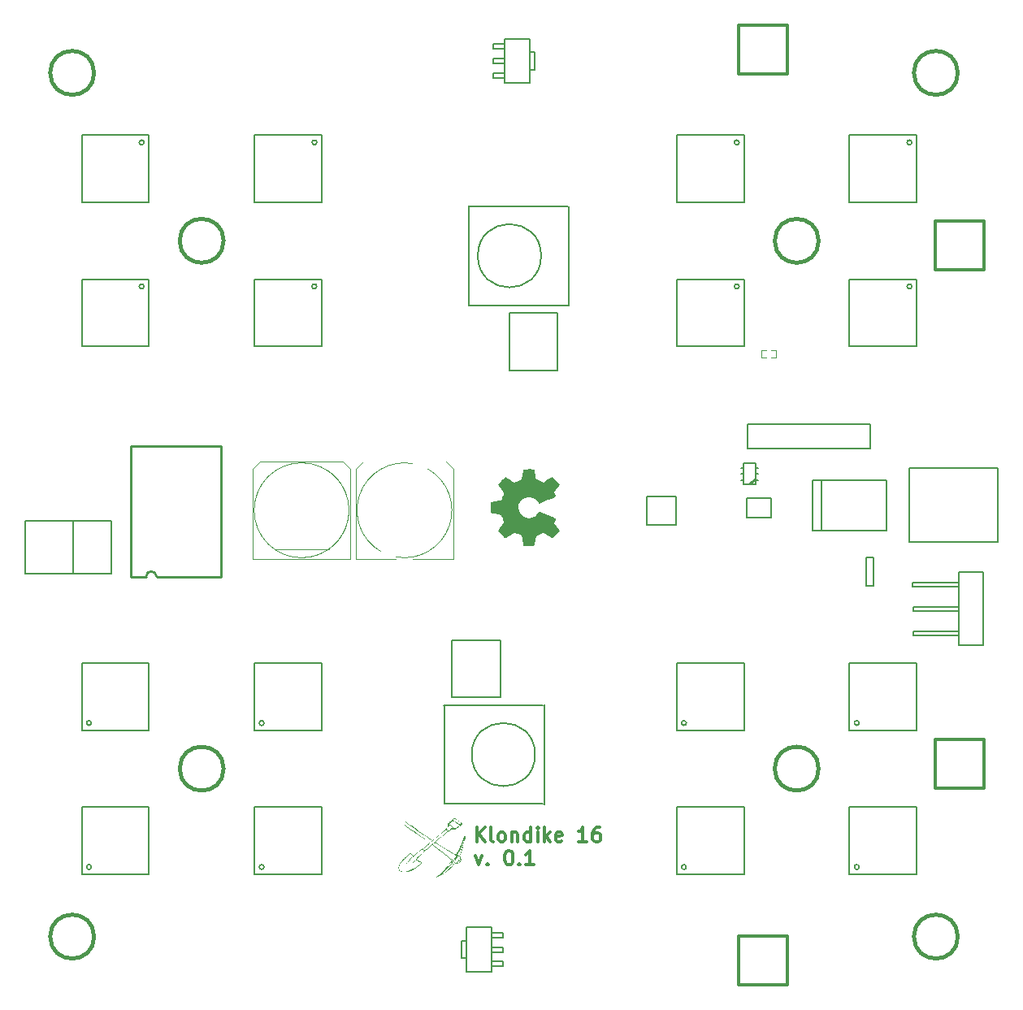
<source format=gto>
G04 (created by PCBNEW (2013-mar-13)-testing) date Wed 15 May 2013 01:34:08 PM ICT*
%MOIN*%
G04 Gerber Fmt 3.4, Leading zero omitted, Abs format*
%FSLAX34Y34*%
G01*
G70*
G90*
G04 APERTURE LIST*
%ADD10C,0.00393701*%
%ADD11C,0.011811*%
%ADD12C,0.015*%
%ADD13C,0.004*%
%ADD14C,0.008*%
%ADD15C,0.005*%
%ADD16C,0.01*%
%ADD17C,0.006*%
%ADD18C,0.00590551*%
%ADD19C,0.012*%
%ADD20C,0.0028*%
%ADD21C,0.0001*%
G04 APERTURE END LIST*
G54D10*
G54D11*
X57345Y-55168D02*
X57345Y-54578D01*
X57682Y-55168D02*
X57429Y-54831D01*
X57682Y-54578D02*
X57345Y-54915D01*
X58020Y-55168D02*
X57964Y-55140D01*
X57935Y-55084D01*
X57935Y-54578D01*
X58329Y-55168D02*
X58273Y-55140D01*
X58245Y-55112D01*
X58217Y-55056D01*
X58217Y-54887D01*
X58245Y-54831D01*
X58273Y-54803D01*
X58329Y-54775D01*
X58413Y-54775D01*
X58470Y-54803D01*
X58498Y-54831D01*
X58526Y-54887D01*
X58526Y-55056D01*
X58498Y-55112D01*
X58470Y-55140D01*
X58413Y-55168D01*
X58329Y-55168D01*
X58779Y-54775D02*
X58779Y-55168D01*
X58779Y-54831D02*
X58807Y-54803D01*
X58863Y-54775D01*
X58948Y-54775D01*
X59004Y-54803D01*
X59032Y-54859D01*
X59032Y-55168D01*
X59566Y-55168D02*
X59566Y-54578D01*
X59566Y-55140D02*
X59510Y-55168D01*
X59398Y-55168D01*
X59341Y-55140D01*
X59313Y-55112D01*
X59285Y-55056D01*
X59285Y-54887D01*
X59313Y-54831D01*
X59341Y-54803D01*
X59398Y-54775D01*
X59510Y-54775D01*
X59566Y-54803D01*
X59848Y-55168D02*
X59848Y-54775D01*
X59848Y-54578D02*
X59820Y-54606D01*
X59848Y-54634D01*
X59876Y-54606D01*
X59848Y-54578D01*
X59848Y-54634D01*
X60129Y-55168D02*
X60129Y-54578D01*
X60185Y-54943D02*
X60354Y-55168D01*
X60354Y-54775D02*
X60129Y-55000D01*
X60832Y-55140D02*
X60776Y-55168D01*
X60663Y-55168D01*
X60607Y-55140D01*
X60579Y-55084D01*
X60579Y-54859D01*
X60607Y-54803D01*
X60663Y-54775D01*
X60776Y-54775D01*
X60832Y-54803D01*
X60860Y-54859D01*
X60860Y-54915D01*
X60579Y-54971D01*
X61872Y-55168D02*
X61535Y-55168D01*
X61704Y-55168D02*
X61704Y-54578D01*
X61647Y-54662D01*
X61591Y-54718D01*
X61535Y-54746D01*
X62379Y-54578D02*
X62266Y-54578D01*
X62210Y-54606D01*
X62182Y-54634D01*
X62125Y-54718D01*
X62097Y-54831D01*
X62097Y-55056D01*
X62125Y-55112D01*
X62154Y-55140D01*
X62210Y-55168D01*
X62322Y-55168D01*
X62379Y-55140D01*
X62407Y-55112D01*
X62435Y-55056D01*
X62435Y-54915D01*
X62407Y-54859D01*
X62379Y-54831D01*
X62322Y-54803D01*
X62210Y-54803D01*
X62154Y-54831D01*
X62125Y-54859D01*
X62097Y-54915D01*
X57289Y-55719D02*
X57429Y-56113D01*
X57570Y-55719D01*
X57795Y-56057D02*
X57823Y-56085D01*
X57795Y-56113D01*
X57767Y-56085D01*
X57795Y-56057D01*
X57795Y-56113D01*
X58638Y-55523D02*
X58695Y-55523D01*
X58751Y-55551D01*
X58779Y-55579D01*
X58807Y-55635D01*
X58835Y-55748D01*
X58835Y-55888D01*
X58807Y-56001D01*
X58779Y-56057D01*
X58751Y-56085D01*
X58695Y-56113D01*
X58638Y-56113D01*
X58582Y-56085D01*
X58554Y-56057D01*
X58526Y-56001D01*
X58498Y-55888D01*
X58498Y-55748D01*
X58526Y-55635D01*
X58554Y-55579D01*
X58582Y-55551D01*
X58638Y-55523D01*
X59088Y-56057D02*
X59116Y-56085D01*
X59088Y-56113D01*
X59060Y-56085D01*
X59088Y-56057D01*
X59088Y-56113D01*
X59679Y-56113D02*
X59341Y-56113D01*
X59510Y-56113D02*
X59510Y-55523D01*
X59454Y-55607D01*
X59398Y-55663D01*
X59341Y-55691D01*
G54D12*
X46962Y-30511D02*
G75*
G03X46962Y-30511I-900J0D01*
G74*
G01*
X41648Y-23622D02*
G75*
G03X41648Y-23622I-900J0D01*
G74*
G01*
G54D13*
X48469Y-39559D02*
X51853Y-39559D01*
X52168Y-43573D02*
X48154Y-43573D01*
X51126Y-39874D02*
G75*
G02X49829Y-43486I-965J-1691D01*
G74*
G01*
X49817Y-43573D02*
X48154Y-43573D01*
X48154Y-43573D02*
X48154Y-39874D01*
X48154Y-39874D02*
X48469Y-39559D01*
X51853Y-39559D02*
X52168Y-39874D01*
X52168Y-39874D02*
X52168Y-43573D01*
X52168Y-43573D02*
X50495Y-43573D01*
X49196Y-43258D02*
G75*
G02X50496Y-39648I965J1691D01*
G74*
G01*
X51273Y-43160D02*
X49059Y-43160D01*
X52109Y-41566D02*
G75*
G03X52109Y-41566I-1948J0D01*
G74*
G01*
G54D14*
X56020Y-53598D02*
X56020Y-49542D01*
X56001Y-49561D02*
X60057Y-49561D01*
X60113Y-49539D02*
X60113Y-53647D01*
X60067Y-53615D02*
X56037Y-53615D01*
X59739Y-51588D02*
G75*
G03X59739Y-51588I-1299J0D01*
G74*
G01*
X61109Y-29113D02*
X61109Y-33169D01*
X61128Y-33150D02*
X57072Y-33150D01*
X57016Y-33172D02*
X57016Y-29064D01*
X57062Y-29096D02*
X61092Y-29096D01*
X59988Y-31123D02*
G75*
G03X59988Y-31123I-1299J0D01*
G74*
G01*
G54D15*
X58701Y-33474D02*
X58701Y-35836D01*
X58701Y-35836D02*
X60669Y-35836D01*
X60669Y-35836D02*
X60669Y-33474D01*
X60669Y-33474D02*
X58701Y-33474D01*
G54D16*
X46849Y-38937D02*
X46849Y-44291D01*
X46849Y-44291D02*
X44212Y-44291D01*
X43779Y-44291D02*
X43149Y-44291D01*
X43149Y-44291D02*
X43149Y-38937D01*
X43149Y-38937D02*
X46849Y-38937D01*
X43780Y-44291D02*
G75*
G02X44212Y-44291I216J0D01*
G74*
G01*
G54D15*
X58306Y-49245D02*
X58306Y-46883D01*
X58306Y-46883D02*
X56338Y-46883D01*
X56338Y-46883D02*
X56338Y-49245D01*
X56338Y-49245D02*
X58306Y-49245D01*
X65509Y-40995D02*
X64329Y-40995D01*
X64329Y-40995D02*
X64329Y-42175D01*
X64329Y-42175D02*
X65509Y-42175D01*
X65509Y-42175D02*
X65509Y-40995D01*
X75103Y-42851D02*
X78724Y-42851D01*
X78724Y-42851D02*
X78724Y-39821D01*
X78724Y-39821D02*
X75103Y-39821D01*
X75103Y-39821D02*
X75103Y-42851D01*
X48229Y-28936D02*
X50983Y-28936D01*
X50983Y-28936D02*
X50983Y-26182D01*
X50983Y-26182D02*
X48229Y-26182D01*
X48229Y-26182D02*
X48229Y-28936D01*
X50786Y-26477D02*
G75*
G03X50786Y-26477I-98J0D01*
G74*
G01*
X41142Y-34841D02*
X43896Y-34841D01*
X43896Y-34841D02*
X43896Y-32087D01*
X43896Y-32087D02*
X41142Y-32087D01*
X41142Y-32087D02*
X41142Y-34841D01*
X43699Y-32382D02*
G75*
G03X43699Y-32382I-98J0D01*
G74*
G01*
X48229Y-34841D02*
X50983Y-34841D01*
X50983Y-34841D02*
X50983Y-32087D01*
X50983Y-32087D02*
X48229Y-32087D01*
X48229Y-32087D02*
X48229Y-34841D01*
X50786Y-32382D02*
G75*
G03X50786Y-32382I-98J0D01*
G74*
G01*
X65552Y-28936D02*
X68306Y-28936D01*
X68306Y-28936D02*
X68306Y-26182D01*
X68306Y-26182D02*
X65552Y-26182D01*
X65552Y-26182D02*
X65552Y-28936D01*
X68109Y-26477D02*
G75*
G03X68109Y-26477I-98J0D01*
G74*
G01*
X72638Y-28936D02*
X75392Y-28936D01*
X75392Y-28936D02*
X75392Y-26182D01*
X75392Y-26182D02*
X72638Y-26182D01*
X72638Y-26182D02*
X72638Y-28936D01*
X75195Y-26477D02*
G75*
G03X75195Y-26477I-98J0D01*
G74*
G01*
X65552Y-34841D02*
X68306Y-34841D01*
X68306Y-34841D02*
X68306Y-32087D01*
X68306Y-32087D02*
X65552Y-32087D01*
X65552Y-32087D02*
X65552Y-34841D01*
X68109Y-32382D02*
G75*
G03X68109Y-32382I-98J0D01*
G74*
G01*
X72638Y-34841D02*
X75392Y-34841D01*
X75392Y-34841D02*
X75392Y-32087D01*
X75392Y-32087D02*
X72638Y-32087D01*
X72638Y-32087D02*
X72638Y-34841D01*
X75195Y-32382D02*
G75*
G03X75195Y-32382I-98J0D01*
G74*
G01*
X75392Y-53741D02*
X72638Y-53741D01*
X72638Y-53741D02*
X72638Y-56495D01*
X72638Y-56495D02*
X75392Y-56495D01*
X75392Y-56495D02*
X75392Y-53741D01*
X73031Y-56200D02*
G75*
G03X73031Y-56200I-98J0D01*
G74*
G01*
X68306Y-53741D02*
X65552Y-53741D01*
X65552Y-53741D02*
X65552Y-56495D01*
X65552Y-56495D02*
X68306Y-56495D01*
X68306Y-56495D02*
X68306Y-53741D01*
X65945Y-56200D02*
G75*
G03X65945Y-56200I-98J0D01*
G74*
G01*
X75392Y-47835D02*
X72638Y-47835D01*
X72638Y-47835D02*
X72638Y-50589D01*
X72638Y-50589D02*
X75392Y-50589D01*
X75392Y-50589D02*
X75392Y-47835D01*
X73031Y-50294D02*
G75*
G03X73031Y-50294I-98J0D01*
G74*
G01*
X68306Y-47835D02*
X65552Y-47835D01*
X65552Y-47835D02*
X65552Y-50589D01*
X65552Y-50589D02*
X68306Y-50589D01*
X68306Y-50589D02*
X68306Y-47835D01*
X65945Y-50294D02*
G75*
G03X65945Y-50294I-98J0D01*
G74*
G01*
X50983Y-53741D02*
X48229Y-53741D01*
X48229Y-53741D02*
X48229Y-56495D01*
X48229Y-56495D02*
X50983Y-56495D01*
X50983Y-56495D02*
X50983Y-53741D01*
X48622Y-56200D02*
G75*
G03X48622Y-56200I-98J0D01*
G74*
G01*
X43896Y-53741D02*
X41142Y-53741D01*
X41142Y-53741D02*
X41142Y-56495D01*
X41142Y-56495D02*
X43896Y-56495D01*
X43896Y-56495D02*
X43896Y-53741D01*
X41535Y-56200D02*
G75*
G03X41535Y-56200I-98J0D01*
G74*
G01*
X50983Y-47835D02*
X48229Y-47835D01*
X48229Y-47835D02*
X48229Y-50589D01*
X48229Y-50589D02*
X50983Y-50589D01*
X50983Y-50589D02*
X50983Y-47835D01*
X48622Y-50294D02*
G75*
G03X48622Y-50294I-98J0D01*
G74*
G01*
X43896Y-47835D02*
X41142Y-47835D01*
X41142Y-47835D02*
X41142Y-50589D01*
X41142Y-50589D02*
X43896Y-50589D01*
X43896Y-50589D02*
X43896Y-47835D01*
X41535Y-50294D02*
G75*
G03X41535Y-50294I-98J0D01*
G74*
G01*
G54D17*
X73314Y-44654D02*
X73314Y-43514D01*
X73314Y-43514D02*
X73614Y-43514D01*
X73614Y-43514D02*
X73614Y-44654D01*
X73614Y-44654D02*
X73314Y-44654D01*
G54D12*
X77081Y-23622D02*
G75*
G03X77081Y-23622I-900J0D01*
G74*
G01*
X77081Y-59055D02*
G75*
G03X77081Y-59055I-900J0D01*
G74*
G01*
X41648Y-59055D02*
G75*
G03X41648Y-59055I-900J0D01*
G74*
G01*
G54D15*
X68798Y-40253D02*
X68538Y-40513D01*
X68798Y-40313D02*
X68603Y-40513D01*
X68288Y-39823D02*
X68181Y-39823D01*
X68288Y-40333D02*
X68181Y-40333D01*
X68798Y-40078D02*
X68905Y-40078D01*
X68798Y-39823D02*
X68905Y-39823D01*
X68798Y-40333D02*
X68905Y-40333D01*
X68288Y-40078D02*
X68181Y-40078D01*
X68288Y-40513D02*
X68288Y-39643D01*
X68288Y-39643D02*
X68798Y-39643D01*
X68798Y-39643D02*
X68798Y-40513D01*
X68798Y-40513D02*
X68288Y-40513D01*
G54D12*
X71372Y-30511D02*
G75*
G03X71372Y-30511I-900J0D01*
G74*
G01*
X46962Y-52165D02*
G75*
G03X46962Y-52165I-900J0D01*
G74*
G01*
X71372Y-52165D02*
G75*
G03X71372Y-52165I-900J0D01*
G74*
G01*
G54D18*
X69409Y-41062D02*
X68425Y-41062D01*
X68425Y-41062D02*
X68425Y-41850D01*
X68425Y-41850D02*
X69409Y-41850D01*
X69409Y-41850D02*
X69409Y-41062D01*
G54D14*
X71157Y-42386D02*
X74149Y-42386D01*
X74149Y-42386D02*
X74149Y-40340D01*
X74149Y-40340D02*
X71157Y-40340D01*
G54D15*
X71118Y-42386D02*
X71502Y-42386D01*
X71502Y-42386D02*
X71502Y-40340D01*
X71502Y-40340D02*
X71118Y-40340D01*
X71118Y-40340D02*
X71118Y-42386D01*
X41142Y-28936D02*
X43896Y-28936D01*
X43896Y-28936D02*
X43896Y-26182D01*
X43896Y-26182D02*
X41142Y-26182D01*
X41142Y-26182D02*
X41142Y-28936D01*
X43699Y-26477D02*
G75*
G03X43699Y-26477I-98J0D01*
G74*
G01*
G54D19*
X76145Y-50968D02*
X78145Y-50968D01*
X78145Y-50968D02*
X78145Y-52968D01*
X78145Y-52968D02*
X76145Y-52968D01*
X76145Y-52968D02*
X76145Y-50968D01*
X70094Y-59019D02*
X70094Y-61019D01*
X70094Y-61019D02*
X68094Y-61019D01*
X68094Y-61019D02*
X68094Y-59019D01*
X68094Y-59019D02*
X70094Y-59019D01*
X68094Y-23657D02*
X68094Y-21657D01*
X68094Y-21657D02*
X70094Y-21657D01*
X70094Y-21657D02*
X70094Y-23657D01*
X70094Y-23657D02*
X68094Y-23657D01*
G54D15*
X73476Y-38043D02*
X73476Y-39043D01*
X73476Y-39043D02*
X68472Y-39043D01*
X68472Y-39033D02*
X68472Y-38033D01*
X68472Y-38043D02*
X73476Y-38043D01*
G54D18*
X75265Y-46525D02*
X77135Y-46525D01*
X77135Y-46525D02*
X77125Y-46712D01*
X77125Y-46712D02*
X75255Y-46712D01*
X75255Y-46712D02*
X75255Y-46535D01*
X75255Y-45521D02*
X77135Y-45521D01*
X77125Y-45521D02*
X77125Y-45708D01*
X77125Y-45708D02*
X75255Y-45708D01*
X75255Y-45708D02*
X75255Y-45521D01*
X75236Y-44704D02*
X75236Y-44527D01*
X75236Y-44527D02*
X75246Y-44537D01*
X75236Y-44527D02*
X77135Y-44527D01*
X77135Y-44527D02*
X77135Y-44694D01*
X77135Y-44694D02*
X75236Y-44694D01*
X77125Y-44114D02*
X77125Y-47106D01*
X77125Y-47106D02*
X78110Y-47106D01*
X78110Y-47106D02*
X78110Y-44114D01*
X78110Y-44114D02*
X77125Y-44114D01*
X40787Y-42007D02*
X42362Y-42007D01*
X42362Y-42007D02*
X42362Y-44173D01*
X42362Y-44173D02*
X40787Y-44173D01*
X38818Y-44173D02*
X38818Y-42007D01*
X38818Y-42007D02*
X40787Y-42007D01*
X40787Y-42007D02*
X40787Y-44173D01*
X40787Y-44173D02*
X38818Y-44173D01*
G54D15*
X58425Y-59096D02*
X58425Y-58896D01*
X58425Y-58896D02*
X57955Y-58896D01*
X58425Y-59096D02*
X57955Y-59096D01*
X58425Y-59686D02*
X57955Y-59686D01*
X58425Y-59486D02*
X57955Y-59486D01*
X58425Y-59686D02*
X58425Y-59486D01*
X58425Y-60276D02*
X58425Y-60076D01*
X58425Y-60076D02*
X57955Y-60076D01*
X58425Y-60276D02*
X57955Y-60276D01*
X56730Y-59941D02*
X56730Y-59231D01*
X56730Y-59231D02*
X56925Y-59231D01*
X56730Y-59941D02*
X56925Y-59941D01*
X57955Y-60491D02*
X56925Y-60491D01*
X56925Y-60491D02*
X56925Y-58681D01*
X56925Y-58681D02*
X57955Y-58681D01*
X57955Y-58681D02*
X57955Y-60491D01*
G54D19*
X76145Y-29708D02*
X78145Y-29708D01*
X78145Y-29708D02*
X78145Y-31708D01*
X78145Y-31708D02*
X76145Y-31708D01*
X76145Y-31708D02*
X76145Y-29708D01*
G54D20*
X69211Y-35007D02*
X69011Y-35007D01*
X69011Y-35007D02*
X69011Y-35307D01*
X69011Y-35307D02*
X69211Y-35307D01*
X69411Y-35007D02*
X69611Y-35007D01*
X69611Y-35007D02*
X69611Y-35307D01*
X69611Y-35307D02*
X69411Y-35307D01*
G54D13*
X55346Y-39874D02*
G75*
G02X54050Y-43486I-965J-1691D01*
G74*
G01*
X54037Y-43573D02*
X52374Y-43573D01*
X52374Y-43573D02*
X52374Y-39874D01*
X52374Y-39874D02*
X52689Y-39559D01*
X56073Y-39559D02*
X56388Y-39874D01*
X56388Y-39874D02*
X56388Y-43573D01*
X56388Y-43573D02*
X54715Y-43573D01*
X53416Y-43258D02*
G75*
G02X54716Y-39648I965J1691D01*
G74*
G01*
G54D15*
X58026Y-23623D02*
X58026Y-23823D01*
X58026Y-23823D02*
X58496Y-23823D01*
X58026Y-23623D02*
X58496Y-23623D01*
X58026Y-23033D02*
X58496Y-23033D01*
X58026Y-23233D02*
X58496Y-23233D01*
X58026Y-23033D02*
X58026Y-23233D01*
X58026Y-22443D02*
X58026Y-22643D01*
X58026Y-22643D02*
X58496Y-22643D01*
X58026Y-22443D02*
X58496Y-22443D01*
X59721Y-22778D02*
X59721Y-23488D01*
X59721Y-23488D02*
X59526Y-23488D01*
X59721Y-22778D02*
X59526Y-22778D01*
X58496Y-22228D02*
X59526Y-22228D01*
X59526Y-22228D02*
X59526Y-24038D01*
X59526Y-24038D02*
X58496Y-24038D01*
X58496Y-24038D02*
X58496Y-22228D01*
G54D21*
G36*
X56888Y-54944D02*
X56887Y-54961D01*
X56885Y-54984D01*
X56881Y-55013D01*
X56877Y-55046D01*
X56872Y-55080D01*
X56867Y-55111D01*
X56867Y-54971D01*
X56866Y-54956D01*
X56863Y-54952D01*
X56858Y-54960D01*
X56851Y-54978D01*
X56842Y-55008D01*
X56836Y-55030D01*
X56821Y-55083D01*
X56821Y-55001D01*
X56818Y-54998D01*
X56814Y-55004D01*
X56807Y-55019D01*
X56799Y-55043D01*
X56798Y-55048D01*
X56753Y-55187D01*
X56704Y-55318D01*
X56650Y-55437D01*
X56592Y-55547D01*
X56578Y-55570D01*
X56552Y-55611D01*
X56531Y-55644D01*
X56513Y-55668D01*
X56499Y-55683D01*
X56490Y-55688D01*
X56490Y-55688D01*
X56483Y-55689D01*
X56484Y-55694D01*
X56492Y-55704D01*
X56497Y-55708D01*
X56507Y-55721D01*
X56510Y-55734D01*
X56508Y-55745D01*
X56500Y-55775D01*
X56486Y-55803D01*
X56486Y-55738D01*
X56485Y-55729D01*
X56479Y-55724D01*
X56464Y-55713D01*
X56442Y-55697D01*
X56411Y-55676D01*
X56374Y-55653D01*
X56331Y-55625D01*
X56293Y-55602D01*
X56225Y-55559D01*
X56164Y-55521D01*
X56109Y-55487D01*
X56057Y-55455D01*
X56007Y-55423D01*
X55956Y-55391D01*
X55901Y-55357D01*
X55842Y-55318D01*
X55792Y-55287D01*
X55756Y-55263D01*
X55723Y-55242D01*
X55694Y-55224D01*
X55670Y-55209D01*
X55654Y-55198D01*
X55645Y-55193D01*
X55644Y-55192D01*
X55637Y-55195D01*
X55625Y-55202D01*
X55608Y-55215D01*
X55589Y-55229D01*
X55571Y-55244D01*
X55555Y-55258D01*
X55544Y-55269D01*
X55541Y-55275D01*
X55541Y-55276D01*
X55545Y-55280D01*
X55558Y-55290D01*
X55578Y-55306D01*
X55604Y-55326D01*
X55634Y-55348D01*
X55667Y-55373D01*
X55674Y-55379D01*
X55732Y-55422D01*
X55793Y-55468D01*
X55854Y-55515D01*
X55916Y-55563D01*
X55978Y-55611D01*
X56039Y-55658D01*
X56096Y-55703D01*
X56150Y-55745D01*
X56200Y-55785D01*
X56244Y-55820D01*
X56281Y-55850D01*
X56311Y-55875D01*
X56327Y-55889D01*
X56342Y-55901D01*
X56355Y-55906D01*
X56367Y-55904D01*
X56378Y-55899D01*
X56398Y-55885D01*
X56419Y-55864D01*
X56439Y-55839D01*
X56458Y-55812D01*
X56472Y-55784D01*
X56482Y-55759D01*
X56486Y-55738D01*
X56486Y-55803D01*
X56484Y-55808D01*
X56463Y-55843D01*
X56440Y-55874D01*
X56428Y-55887D01*
X56403Y-55910D01*
X56383Y-55924D01*
X56364Y-55929D01*
X56346Y-55926D01*
X56342Y-55925D01*
X56331Y-55922D01*
X56328Y-55924D01*
X56329Y-55928D01*
X56328Y-55937D01*
X56320Y-55954D01*
X56306Y-55978D01*
X56299Y-55989D01*
X56239Y-56078D01*
X56169Y-56170D01*
X56092Y-56261D01*
X56010Y-56351D01*
X55923Y-56436D01*
X55890Y-56467D01*
X55873Y-56483D01*
X55865Y-56492D01*
X55864Y-56493D01*
X55872Y-56488D01*
X55888Y-56476D01*
X55911Y-56457D01*
X55941Y-56433D01*
X55947Y-56427D01*
X56044Y-56341D01*
X56138Y-56245D01*
X56227Y-56141D01*
X56309Y-56030D01*
X56332Y-55997D01*
X56346Y-55978D01*
X56358Y-55963D01*
X56368Y-55954D01*
X56370Y-55953D01*
X56383Y-55949D01*
X56402Y-55937D01*
X56423Y-55921D01*
X56444Y-55900D01*
X56460Y-55882D01*
X56488Y-55844D01*
X56509Y-55804D01*
X56524Y-55765D01*
X56531Y-55728D01*
X56531Y-55726D01*
X56532Y-55710D01*
X56535Y-55697D01*
X56540Y-55683D01*
X56549Y-55666D01*
X56562Y-55642D01*
X56571Y-55628D01*
X56617Y-55547D01*
X56662Y-55457D01*
X56705Y-55362D01*
X56744Y-55262D01*
X56779Y-55163D01*
X56807Y-55065D01*
X56814Y-55038D01*
X56819Y-55015D01*
X56821Y-55001D01*
X56821Y-55083D01*
X56820Y-55087D01*
X56801Y-55147D01*
X56782Y-55208D01*
X56763Y-55265D01*
X56744Y-55316D01*
X56738Y-55333D01*
X56721Y-55373D01*
X56700Y-55420D01*
X56675Y-55471D01*
X56650Y-55523D01*
X56625Y-55572D01*
X56601Y-55616D01*
X56593Y-55630D01*
X56577Y-55658D01*
X56567Y-55677D01*
X56562Y-55690D01*
X56561Y-55697D01*
X56563Y-55700D01*
X56572Y-55706D01*
X56587Y-55716D01*
X56597Y-55722D01*
X56612Y-55732D01*
X56623Y-55738D01*
X56627Y-55740D01*
X56631Y-55735D01*
X56639Y-55722D01*
X56649Y-55703D01*
X56658Y-55684D01*
X56717Y-55548D01*
X56767Y-55410D01*
X56809Y-55269D01*
X56842Y-55129D01*
X56853Y-55071D01*
X56858Y-55040D01*
X56862Y-55011D01*
X56865Y-54989D01*
X56867Y-54974D01*
X56867Y-54971D01*
X56867Y-55111D01*
X56867Y-55113D01*
X56861Y-55144D01*
X56858Y-55163D01*
X56833Y-55268D01*
X56800Y-55379D01*
X56760Y-55493D01*
X56712Y-55610D01*
X56680Y-55682D01*
X56647Y-55753D01*
X56663Y-55766D01*
X56674Y-55777D01*
X56679Y-55789D01*
X56679Y-55804D01*
X56680Y-55822D01*
X56686Y-55834D01*
X56695Y-55844D01*
X56707Y-55857D01*
X56711Y-55867D01*
X56709Y-55883D01*
X56699Y-55917D01*
X56686Y-55942D01*
X56686Y-55869D01*
X56685Y-55868D01*
X56679Y-55855D01*
X56671Y-55852D01*
X56662Y-55860D01*
X56660Y-55864D01*
X56660Y-55803D01*
X56655Y-55794D01*
X56641Y-55781D01*
X56616Y-55763D01*
X56611Y-55760D01*
X56590Y-55747D01*
X56573Y-55736D01*
X56561Y-55730D01*
X56558Y-55729D01*
X56553Y-55734D01*
X56550Y-55747D01*
X56549Y-55753D01*
X56540Y-55785D01*
X56523Y-55820D01*
X56501Y-55857D01*
X56476Y-55893D01*
X56448Y-55925D01*
X56420Y-55949D01*
X56420Y-55950D01*
X56406Y-55960D01*
X56398Y-55968D01*
X56396Y-55970D01*
X56401Y-55975D01*
X56412Y-55985D01*
X56428Y-55998D01*
X56445Y-56011D01*
X56462Y-56024D01*
X56476Y-56034D01*
X56484Y-56038D01*
X56485Y-56039D01*
X56493Y-56036D01*
X56507Y-56027D01*
X56519Y-56017D01*
X56538Y-55999D01*
X56559Y-55975D01*
X56581Y-55947D01*
X56603Y-55916D01*
X56622Y-55885D01*
X56640Y-55856D01*
X56652Y-55830D01*
X56659Y-55810D01*
X56660Y-55803D01*
X56660Y-55864D01*
X56651Y-55879D01*
X56649Y-55883D01*
X56637Y-55905D01*
X56619Y-55931D01*
X56600Y-55959D01*
X56579Y-55986D01*
X56561Y-56008D01*
X56549Y-56021D01*
X56539Y-56032D01*
X56538Y-56040D01*
X56540Y-56043D01*
X56551Y-56049D01*
X56565Y-56048D01*
X56580Y-56042D01*
X56597Y-56029D01*
X56615Y-56010D01*
X56634Y-55986D01*
X56652Y-55959D01*
X56667Y-55932D01*
X56679Y-55906D01*
X56685Y-55884D01*
X56686Y-55869D01*
X56686Y-55942D01*
X56679Y-55955D01*
X56651Y-55994D01*
X56625Y-56023D01*
X56600Y-56047D01*
X56579Y-56063D01*
X56562Y-56071D01*
X56546Y-56071D01*
X56531Y-56065D01*
X56529Y-56063D01*
X56516Y-56056D01*
X56504Y-56056D01*
X56501Y-56058D01*
X56483Y-56061D01*
X56473Y-56057D01*
X56465Y-56055D01*
X56459Y-56056D01*
X56450Y-56063D01*
X56442Y-56070D01*
X56442Y-56034D01*
X56407Y-56007D01*
X56390Y-55995D01*
X56376Y-55987D01*
X56368Y-55985D01*
X56368Y-55985D01*
X56362Y-55992D01*
X56352Y-56006D01*
X56341Y-56022D01*
X56262Y-56126D01*
X56172Y-56231D01*
X56072Y-56336D01*
X55960Y-56440D01*
X55878Y-56512D01*
X55853Y-56534D01*
X55887Y-56512D01*
X55906Y-56500D01*
X55932Y-56484D01*
X55959Y-56466D01*
X55979Y-56453D01*
X56053Y-56400D01*
X56129Y-56341D01*
X56205Y-56277D01*
X56277Y-56211D01*
X56344Y-56145D01*
X56403Y-56080D01*
X56419Y-56062D01*
X56442Y-56034D01*
X56442Y-56070D01*
X56436Y-56076D01*
X56429Y-56084D01*
X56400Y-56116D01*
X56364Y-56152D01*
X56325Y-56191D01*
X56285Y-56230D01*
X56245Y-56267D01*
X56209Y-56300D01*
X56178Y-56328D01*
X56172Y-56333D01*
X56060Y-56421D01*
X55947Y-56497D01*
X55833Y-56563D01*
X55768Y-56596D01*
X55734Y-56612D01*
X55709Y-56623D01*
X55693Y-56630D01*
X55685Y-56633D01*
X55684Y-56631D01*
X55689Y-56626D01*
X55699Y-56617D01*
X55700Y-56616D01*
X55805Y-56524D01*
X55900Y-56436D01*
X55986Y-56349D01*
X56065Y-56263D01*
X56139Y-56176D01*
X56189Y-56111D01*
X56228Y-56058D01*
X56260Y-56013D01*
X56283Y-55976D01*
X56300Y-55948D01*
X56308Y-55928D01*
X56310Y-55920D01*
X56310Y-55916D01*
X56309Y-55912D01*
X56307Y-55907D01*
X56303Y-55901D01*
X56296Y-55894D01*
X56285Y-55884D01*
X56270Y-55870D01*
X56250Y-55853D01*
X56223Y-55831D01*
X56190Y-55804D01*
X56149Y-55770D01*
X56118Y-55745D01*
X56089Y-55721D01*
X56055Y-55693D01*
X56016Y-55663D01*
X55974Y-55629D01*
X55929Y-55594D01*
X55882Y-55558D01*
X55835Y-55521D01*
X55788Y-55485D01*
X55742Y-55450D01*
X55698Y-55416D01*
X55657Y-55386D01*
X55620Y-55358D01*
X55587Y-55333D01*
X55561Y-55313D01*
X55540Y-55299D01*
X55527Y-55289D01*
X55522Y-55287D01*
X55517Y-55290D01*
X55505Y-55301D01*
X55486Y-55317D01*
X55460Y-55337D01*
X55430Y-55362D01*
X55397Y-55390D01*
X55362Y-55419D01*
X55318Y-55456D01*
X55283Y-55486D01*
X55255Y-55510D01*
X55234Y-55530D01*
X55218Y-55545D01*
X55208Y-55556D01*
X55202Y-55564D01*
X55201Y-55568D01*
X55198Y-55574D01*
X55191Y-55583D01*
X55179Y-55596D01*
X55177Y-55598D01*
X55177Y-55564D01*
X55174Y-55548D01*
X55164Y-55529D01*
X55149Y-55510D01*
X55132Y-55493D01*
X55115Y-55480D01*
X55100Y-55476D01*
X55099Y-55476D01*
X55093Y-55479D01*
X55078Y-55490D01*
X55057Y-55506D01*
X55030Y-55527D01*
X54999Y-55552D01*
X54965Y-55580D01*
X54927Y-55611D01*
X54889Y-55644D01*
X54850Y-55676D01*
X54811Y-55709D01*
X54774Y-55740D01*
X54741Y-55770D01*
X54710Y-55797D01*
X54705Y-55802D01*
X54611Y-55893D01*
X54523Y-55989D01*
X54503Y-56013D01*
X54483Y-56037D01*
X54469Y-56052D01*
X54463Y-56058D01*
X54463Y-56055D01*
X54470Y-56044D01*
X54484Y-56023D01*
X54505Y-55993D01*
X54518Y-55975D01*
X54546Y-55937D01*
X54573Y-55902D01*
X54602Y-55869D01*
X54634Y-55836D01*
X54673Y-55798D01*
X54685Y-55787D01*
X54718Y-55757D01*
X54685Y-55713D01*
X54670Y-55692D01*
X54656Y-55673D01*
X54646Y-55659D01*
X54643Y-55655D01*
X54640Y-55651D01*
X54637Y-55650D01*
X54632Y-55651D01*
X54624Y-55655D01*
X54612Y-55663D01*
X54596Y-55676D01*
X54572Y-55695D01*
X54542Y-55720D01*
X54529Y-55732D01*
X54450Y-55800D01*
X54382Y-55864D01*
X54323Y-55923D01*
X54274Y-55979D01*
X54234Y-56031D01*
X54203Y-56081D01*
X54193Y-56099D01*
X54178Y-56134D01*
X54168Y-56162D01*
X54162Y-56190D01*
X54161Y-56220D01*
X54161Y-56222D01*
X54164Y-56259D01*
X54175Y-56290D01*
X54195Y-56318D01*
X54200Y-56323D01*
X54235Y-56351D01*
X54279Y-56372D01*
X54329Y-56384D01*
X54385Y-56388D01*
X54447Y-56384D01*
X54460Y-56382D01*
X54523Y-56367D01*
X54592Y-56345D01*
X54663Y-56315D01*
X54736Y-56279D01*
X54808Y-56237D01*
X54831Y-56222D01*
X54851Y-56208D01*
X54876Y-56191D01*
X54904Y-56171D01*
X54935Y-56148D01*
X54966Y-56125D01*
X54996Y-56103D01*
X55025Y-56081D01*
X55050Y-56062D01*
X55070Y-56046D01*
X55085Y-56034D01*
X55091Y-56028D01*
X55091Y-56027D01*
X55086Y-56024D01*
X55073Y-56017D01*
X55054Y-56007D01*
X55036Y-55999D01*
X55005Y-55983D01*
X54970Y-55965D01*
X54938Y-55946D01*
X54928Y-55941D01*
X54904Y-55926D01*
X54887Y-55917D01*
X54877Y-55913D01*
X54869Y-55914D01*
X54867Y-55915D01*
X54860Y-55920D01*
X54845Y-55932D01*
X54825Y-55947D01*
X54801Y-55966D01*
X54788Y-55976D01*
X54749Y-56005D01*
X54718Y-56029D01*
X54694Y-56047D01*
X54677Y-56059D01*
X54669Y-56065D01*
X54669Y-56064D01*
X54675Y-56058D01*
X54688Y-56046D01*
X54707Y-56029D01*
X54731Y-56008D01*
X54758Y-55984D01*
X54770Y-55973D01*
X54801Y-55944D01*
X54825Y-55922D01*
X54842Y-55905D01*
X54855Y-55892D01*
X54863Y-55882D01*
X54868Y-55872D01*
X54871Y-55863D01*
X54871Y-55862D01*
X54878Y-55843D01*
X54887Y-55825D01*
X54889Y-55822D01*
X54896Y-55814D01*
X54911Y-55800D01*
X54932Y-55782D01*
X54959Y-55758D01*
X54990Y-55732D01*
X55023Y-55703D01*
X55038Y-55691D01*
X55083Y-55653D01*
X55120Y-55621D01*
X55147Y-55596D01*
X55166Y-55578D01*
X55175Y-55567D01*
X55177Y-55564D01*
X55177Y-55598D01*
X55162Y-55613D01*
X55138Y-55634D01*
X55106Y-55662D01*
X55067Y-55695D01*
X55060Y-55701D01*
X55026Y-55730D01*
X54993Y-55759D01*
X54965Y-55784D01*
X54941Y-55806D01*
X54922Y-55823D01*
X54912Y-55835D01*
X54909Y-55837D01*
X54901Y-55854D01*
X54897Y-55870D01*
X54896Y-55873D01*
X54899Y-55884D01*
X54907Y-55895D01*
X54921Y-55908D01*
X54943Y-55922D01*
X54973Y-55940D01*
X55012Y-55961D01*
X55041Y-55975D01*
X55132Y-56020D01*
X54999Y-56126D01*
X54949Y-56166D01*
X54905Y-56201D01*
X54867Y-56229D01*
X54834Y-56253D01*
X54804Y-56273D01*
X54776Y-56291D01*
X54748Y-56306D01*
X54719Y-56322D01*
X54712Y-56325D01*
X54630Y-56361D01*
X54551Y-56387D01*
X54474Y-56403D01*
X54395Y-56410D01*
X54379Y-56410D01*
X54345Y-56409D01*
X54318Y-56408D01*
X54297Y-56405D01*
X54276Y-56400D01*
X54266Y-56397D01*
X54221Y-56378D01*
X54185Y-56352D01*
X54159Y-56319D01*
X54141Y-56279D01*
X54136Y-56258D01*
X54133Y-56212D01*
X54141Y-56162D01*
X54160Y-56109D01*
X54188Y-56054D01*
X54227Y-55996D01*
X54275Y-55936D01*
X54304Y-55905D01*
X54320Y-55889D01*
X54336Y-55873D01*
X54354Y-55856D01*
X54374Y-55837D01*
X54399Y-55815D01*
X54427Y-55790D01*
X54461Y-55761D01*
X54501Y-55727D01*
X54547Y-55688D01*
X54602Y-55641D01*
X54612Y-55633D01*
X54642Y-55608D01*
X54663Y-55642D01*
X54676Y-55662D01*
X54691Y-55683D01*
X54706Y-55703D01*
X54721Y-55721D01*
X54732Y-55734D01*
X54739Y-55740D01*
X54740Y-55740D01*
X54745Y-55737D01*
X54758Y-55726D01*
X54778Y-55710D01*
X54803Y-55689D01*
X54834Y-55664D01*
X54868Y-55635D01*
X54905Y-55604D01*
X54913Y-55596D01*
X54960Y-55558D01*
X54998Y-55526D01*
X55029Y-55500D01*
X55053Y-55481D01*
X55071Y-55467D01*
X55085Y-55458D01*
X55094Y-55454D01*
X55099Y-55453D01*
X55105Y-55451D01*
X55116Y-55445D01*
X55131Y-55434D01*
X55152Y-55418D01*
X55179Y-55397D01*
X55214Y-55369D01*
X55256Y-55334D01*
X55261Y-55329D01*
X55302Y-55295D01*
X55335Y-55267D01*
X55360Y-55245D01*
X55379Y-55228D01*
X55391Y-55216D01*
X55399Y-55207D01*
X55402Y-55201D01*
X55401Y-55198D01*
X55401Y-55198D01*
X55391Y-55190D01*
X55373Y-55176D01*
X55347Y-55157D01*
X55313Y-55132D01*
X55273Y-55104D01*
X55227Y-55071D01*
X55175Y-55036D01*
X55120Y-54997D01*
X55060Y-54956D01*
X54998Y-54913D01*
X54933Y-54868D01*
X54867Y-54823D01*
X54801Y-54778D01*
X54734Y-54732D01*
X54668Y-54687D01*
X54603Y-54643D01*
X54541Y-54602D01*
X54534Y-54597D01*
X54307Y-54445D01*
X54307Y-54413D01*
X54309Y-54391D01*
X54314Y-54373D01*
X54324Y-54357D01*
X54343Y-54336D01*
X54364Y-54322D01*
X54385Y-54314D01*
X54404Y-54315D01*
X54404Y-54315D01*
X54412Y-54320D01*
X54428Y-54330D01*
X54451Y-54346D01*
X54481Y-54366D01*
X54517Y-54391D01*
X54558Y-54419D01*
X54603Y-54451D01*
X54651Y-54484D01*
X54688Y-54510D01*
X54812Y-54597D01*
X54927Y-54678D01*
X55034Y-54752D01*
X55132Y-54821D01*
X55222Y-54883D01*
X55303Y-54939D01*
X55375Y-54988D01*
X55419Y-55018D01*
X55455Y-55042D01*
X55483Y-55061D01*
X55504Y-55074D01*
X55519Y-55084D01*
X55529Y-55089D01*
X55537Y-55091D01*
X55542Y-55091D01*
X55546Y-55089D01*
X55548Y-55087D01*
X55555Y-55082D01*
X55570Y-55069D01*
X55592Y-55051D01*
X55620Y-55028D01*
X55654Y-55000D01*
X55692Y-54968D01*
X55734Y-54933D01*
X55778Y-54895D01*
X55812Y-54867D01*
X55870Y-54818D01*
X55920Y-54776D01*
X55961Y-54741D01*
X55995Y-54711D01*
X56022Y-54688D01*
X56041Y-54669D01*
X56054Y-54656D01*
X56061Y-54648D01*
X56062Y-54645D01*
X56067Y-54635D01*
X56080Y-54619D01*
X56101Y-54599D01*
X56107Y-54594D01*
X56151Y-54554D01*
X56151Y-54497D01*
X56152Y-54469D01*
X56155Y-54445D01*
X56161Y-54425D01*
X56171Y-54407D01*
X56186Y-54387D01*
X56207Y-54365D01*
X56237Y-54340D01*
X56256Y-54323D01*
X56284Y-54299D01*
X56312Y-54274D01*
X56338Y-54251D01*
X56358Y-54232D01*
X56364Y-54225D01*
X56389Y-54202D01*
X56411Y-54189D01*
X56430Y-54184D01*
X56450Y-54188D01*
X56463Y-54195D01*
X56481Y-54206D01*
X56504Y-54221D01*
X56532Y-54240D01*
X56564Y-54261D01*
X56597Y-54284D01*
X56630Y-54308D01*
X56663Y-54331D01*
X56692Y-54352D01*
X56718Y-54371D01*
X56739Y-54386D01*
X56753Y-54397D01*
X56758Y-54403D01*
X56761Y-54419D01*
X56756Y-54438D01*
X56744Y-54458D01*
X56739Y-54464D01*
X56739Y-54420D01*
X56734Y-54407D01*
X56722Y-54403D01*
X56707Y-54409D01*
X56706Y-54409D01*
X56706Y-54381D01*
X56701Y-54377D01*
X56689Y-54368D01*
X56670Y-54354D01*
X56645Y-54337D01*
X56617Y-54319D01*
X56587Y-54298D01*
X56556Y-54277D01*
X56526Y-54257D01*
X56498Y-54239D01*
X56474Y-54223D01*
X56456Y-54211D01*
X56444Y-54204D01*
X56440Y-54202D01*
X56427Y-54203D01*
X56411Y-54212D01*
X56394Y-54226D01*
X56382Y-54242D01*
X56381Y-54243D01*
X56374Y-54257D01*
X56373Y-54265D01*
X56378Y-54272D01*
X56380Y-54273D01*
X56387Y-54279D01*
X56402Y-54291D01*
X56424Y-54306D01*
X56452Y-54326D01*
X56483Y-54348D01*
X56515Y-54370D01*
X56640Y-54457D01*
X56651Y-54435D01*
X56663Y-54417D01*
X56680Y-54401D01*
X56684Y-54397D01*
X56697Y-54389D01*
X56705Y-54382D01*
X56706Y-54381D01*
X56706Y-54409D01*
X56700Y-54413D01*
X56691Y-54421D01*
X56690Y-54424D01*
X56698Y-54424D01*
X56699Y-54424D01*
X56712Y-54429D01*
X56719Y-54436D01*
X56727Y-54443D01*
X56734Y-54440D01*
X56739Y-54430D01*
X56739Y-54420D01*
X56739Y-54464D01*
X56729Y-54475D01*
X56724Y-54479D01*
X56709Y-54488D01*
X56700Y-54492D01*
X56700Y-54453D01*
X56699Y-54449D01*
X56693Y-54449D01*
X56682Y-54455D01*
X56665Y-54466D01*
X56642Y-54485D01*
X56625Y-54498D01*
X56625Y-54472D01*
X56625Y-54472D01*
X56621Y-54468D01*
X56609Y-54458D01*
X56589Y-54444D01*
X56565Y-54427D01*
X56538Y-54409D01*
X56509Y-54388D01*
X56479Y-54368D01*
X56450Y-54348D01*
X56424Y-54331D01*
X56402Y-54316D01*
X56386Y-54306D01*
X56376Y-54301D01*
X56376Y-54301D01*
X56368Y-54303D01*
X56355Y-54311D01*
X56355Y-54280D01*
X56354Y-54278D01*
X56352Y-54276D01*
X56352Y-54275D01*
X56346Y-54276D01*
X56333Y-54285D01*
X56315Y-54298D01*
X56294Y-54315D01*
X56271Y-54336D01*
X56248Y-54357D01*
X56225Y-54378D01*
X56206Y-54398D01*
X56191Y-54414D01*
X56183Y-54427D01*
X56181Y-54429D01*
X56173Y-54454D01*
X56168Y-54482D01*
X56167Y-54506D01*
X56168Y-54520D01*
X56172Y-54530D01*
X56177Y-54530D01*
X56181Y-54528D01*
X56187Y-54517D01*
X56186Y-54501D01*
X56185Y-54482D01*
X56190Y-54458D01*
X56191Y-54451D01*
X56195Y-54438D01*
X56201Y-54427D01*
X56208Y-54416D01*
X56220Y-54404D01*
X56237Y-54388D01*
X56261Y-54366D01*
X56268Y-54361D01*
X56298Y-54334D01*
X56321Y-54315D01*
X56336Y-54301D01*
X56347Y-54291D01*
X56353Y-54284D01*
X56355Y-54280D01*
X56355Y-54311D01*
X56354Y-54312D01*
X56335Y-54326D01*
X56314Y-54344D01*
X56291Y-54364D01*
X56268Y-54384D01*
X56248Y-54404D01*
X56231Y-54421D01*
X56221Y-54435D01*
X56219Y-54438D01*
X56211Y-54456D01*
X56206Y-54475D01*
X56206Y-54480D01*
X56206Y-54500D01*
X56227Y-54485D01*
X56243Y-54476D01*
X56256Y-54471D01*
X56259Y-54471D01*
X56278Y-54475D01*
X56300Y-54486D01*
X56323Y-54502D01*
X56344Y-54521D01*
X56346Y-54523D01*
X56366Y-54548D01*
X56375Y-54570D01*
X56376Y-54588D01*
X56372Y-54595D01*
X56369Y-54600D01*
X56371Y-54603D01*
X56381Y-54603D01*
X56400Y-54601D01*
X56402Y-54601D01*
X56429Y-54597D01*
X56458Y-54589D01*
X56478Y-54583D01*
X56508Y-54567D01*
X56543Y-54544D01*
X56571Y-54522D01*
X56592Y-54504D01*
X56609Y-54489D01*
X56621Y-54478D01*
X56625Y-54472D01*
X56625Y-54498D01*
X56611Y-54510D01*
X56605Y-54515D01*
X56565Y-54547D01*
X56531Y-54572D01*
X56501Y-54591D01*
X56472Y-54604D01*
X56443Y-54613D01*
X56412Y-54618D01*
X56376Y-54620D01*
X56355Y-54620D01*
X56354Y-54620D01*
X56354Y-54575D01*
X56352Y-54568D01*
X56345Y-54554D01*
X56331Y-54536D01*
X56314Y-54519D01*
X56298Y-54506D01*
X56292Y-54502D01*
X56280Y-54496D01*
X56269Y-54494D01*
X56258Y-54496D01*
X56244Y-54503D01*
X56227Y-54515D01*
X56205Y-54533D01*
X56176Y-54559D01*
X56173Y-54561D01*
X56097Y-54628D01*
X56116Y-54639D01*
X56139Y-54655D01*
X56160Y-54675D01*
X56177Y-54695D01*
X56181Y-54702D01*
X56189Y-54719D01*
X56225Y-54690D01*
X56244Y-54674D01*
X56255Y-54662D01*
X56259Y-54652D01*
X56259Y-54650D01*
X56263Y-54637D01*
X56276Y-54620D01*
X56279Y-54618D01*
X56294Y-54605D01*
X56306Y-54599D01*
X56319Y-54599D01*
X56337Y-54598D01*
X56349Y-54589D01*
X56354Y-54575D01*
X56354Y-54620D01*
X56328Y-54621D01*
X56310Y-54623D01*
X56300Y-54627D01*
X56299Y-54628D01*
X56295Y-54635D01*
X56299Y-54639D01*
X56312Y-54641D01*
X56332Y-54642D01*
X56359Y-54642D01*
X56386Y-54641D01*
X56414Y-54639D01*
X56437Y-54636D01*
X56443Y-54635D01*
X56466Y-54629D01*
X56488Y-54622D01*
X56501Y-54616D01*
X56511Y-54610D01*
X56528Y-54598D01*
X56549Y-54581D01*
X56574Y-54562D01*
X56600Y-54541D01*
X56626Y-54519D01*
X56650Y-54499D01*
X56671Y-54481D01*
X56688Y-54466D01*
X56698Y-54456D01*
X56700Y-54453D01*
X56700Y-54492D01*
X56697Y-54493D01*
X56694Y-54494D01*
X56687Y-54498D01*
X56673Y-54507D01*
X56654Y-54522D01*
X56631Y-54539D01*
X56623Y-54546D01*
X56588Y-54575D01*
X56559Y-54598D01*
X56536Y-54614D01*
X56517Y-54627D01*
X56499Y-54636D01*
X56482Y-54644D01*
X56480Y-54644D01*
X56444Y-54654D01*
X56403Y-54661D01*
X56362Y-54663D01*
X56335Y-54661D01*
X56301Y-54656D01*
X56244Y-54701D01*
X56221Y-54719D01*
X56201Y-54733D01*
X56185Y-54743D01*
X56175Y-54747D01*
X56175Y-54747D01*
X56166Y-54750D01*
X56159Y-54754D01*
X56159Y-54716D01*
X56156Y-54705D01*
X56146Y-54691D01*
X56132Y-54677D01*
X56117Y-54666D01*
X56103Y-54661D01*
X56100Y-54661D01*
X56092Y-54665D01*
X56075Y-54677D01*
X56052Y-54694D01*
X56023Y-54717D01*
X55989Y-54745D01*
X55952Y-54775D01*
X55921Y-54802D01*
X55882Y-54834D01*
X55837Y-54872D01*
X55788Y-54913D01*
X55737Y-54957D01*
X55684Y-55001D01*
X55632Y-55045D01*
X55581Y-55088D01*
X55580Y-55089D01*
X55531Y-55130D01*
X55511Y-55147D01*
X55511Y-55114D01*
X55508Y-55109D01*
X55500Y-55101D01*
X55486Y-55091D01*
X55466Y-55076D01*
X55439Y-55057D01*
X55404Y-55033D01*
X55360Y-55003D01*
X55355Y-55000D01*
X55241Y-54924D01*
X55135Y-54852D01*
X55035Y-54783D01*
X54939Y-54718D01*
X54847Y-54653D01*
X54755Y-54588D01*
X54662Y-54521D01*
X54567Y-54452D01*
X54535Y-54429D01*
X54502Y-54405D01*
X54472Y-54384D01*
X54445Y-54365D01*
X54424Y-54351D01*
X54410Y-54341D01*
X54404Y-54338D01*
X54385Y-54336D01*
X54365Y-54345D01*
X54349Y-54360D01*
X54333Y-54381D01*
X54326Y-54403D01*
X54328Y-54423D01*
X54334Y-54429D01*
X54349Y-54442D01*
X54372Y-54459D01*
X54404Y-54482D01*
X54443Y-54509D01*
X54490Y-54541D01*
X54538Y-54573D01*
X54593Y-54610D01*
X54652Y-54650D01*
X54714Y-54692D01*
X54777Y-54736D01*
X54842Y-54780D01*
X54907Y-54825D01*
X54972Y-54870D01*
X55035Y-54914D01*
X55096Y-54957D01*
X55155Y-54998D01*
X55209Y-55036D01*
X55258Y-55071D01*
X55302Y-55102D01*
X55339Y-55130D01*
X55370Y-55152D01*
X55392Y-55169D01*
X55402Y-55177D01*
X55414Y-55185D01*
X55421Y-55189D01*
X55421Y-55189D01*
X55428Y-55186D01*
X55441Y-55177D01*
X55458Y-55163D01*
X55466Y-55157D01*
X55484Y-55142D01*
X55499Y-55129D01*
X55509Y-55119D01*
X55511Y-55117D01*
X55511Y-55114D01*
X55511Y-55147D01*
X55482Y-55172D01*
X55433Y-55213D01*
X55385Y-55253D01*
X55341Y-55290D01*
X55302Y-55322D01*
X55269Y-55350D01*
X55243Y-55372D01*
X55240Y-55375D01*
X55211Y-55399D01*
X55185Y-55420D01*
X55164Y-55439D01*
X55148Y-55453D01*
X55139Y-55461D01*
X55138Y-55463D01*
X55141Y-55468D01*
X55150Y-55479D01*
X55164Y-55494D01*
X55177Y-55509D01*
X55186Y-55522D01*
X55189Y-55528D01*
X55190Y-55530D01*
X55190Y-55530D01*
X55192Y-55530D01*
X55196Y-55528D01*
X55202Y-55524D01*
X55211Y-55517D01*
X55223Y-55508D01*
X55239Y-55495D01*
X55259Y-55478D01*
X55284Y-55457D01*
X55315Y-55432D01*
X55351Y-55402D01*
X55394Y-55367D01*
X55444Y-55325D01*
X55501Y-55277D01*
X55566Y-55222D01*
X55595Y-55197D01*
X55655Y-55147D01*
X55714Y-55097D01*
X55772Y-55049D01*
X55827Y-55003D01*
X55878Y-54959D01*
X55926Y-54919D01*
X55969Y-54883D01*
X56006Y-54853D01*
X56036Y-54827D01*
X56059Y-54808D01*
X56067Y-54801D01*
X56095Y-54778D01*
X56119Y-54756D01*
X56139Y-54738D01*
X56152Y-54724D01*
X56159Y-54717D01*
X56159Y-54716D01*
X56159Y-54754D01*
X56150Y-54761D01*
X56129Y-54776D01*
X56103Y-54796D01*
X56099Y-54800D01*
X56024Y-54862D01*
X55958Y-54918D01*
X55900Y-54968D01*
X55848Y-55010D01*
X55805Y-55048D01*
X55767Y-55079D01*
X55737Y-55106D01*
X55712Y-55127D01*
X55692Y-55144D01*
X55677Y-55158D01*
X55667Y-55167D01*
X55661Y-55174D01*
X55658Y-55177D01*
X55658Y-55178D01*
X55667Y-55185D01*
X55684Y-55197D01*
X55710Y-55213D01*
X55743Y-55235D01*
X55782Y-55260D01*
X55826Y-55289D01*
X55875Y-55320D01*
X55928Y-55353D01*
X55984Y-55388D01*
X56041Y-55424D01*
X56100Y-55461D01*
X56159Y-55497D01*
X56218Y-55534D01*
X56275Y-55569D01*
X56330Y-55603D01*
X56343Y-55610D01*
X56382Y-55635D01*
X56413Y-55653D01*
X56437Y-55666D01*
X56456Y-55672D01*
X56471Y-55673D01*
X56484Y-55667D01*
X56497Y-55656D01*
X56510Y-55638D01*
X56527Y-55614D01*
X56535Y-55602D01*
X56559Y-55564D01*
X56586Y-55517D01*
X56614Y-55466D01*
X56642Y-55412D01*
X56668Y-55358D01*
X56690Y-55307D01*
X56709Y-55262D01*
X56709Y-55261D01*
X56720Y-55230D01*
X56733Y-55193D01*
X56746Y-55152D01*
X56759Y-55112D01*
X56763Y-55097D01*
X56774Y-55060D01*
X56783Y-55032D01*
X56791Y-55011D01*
X56800Y-54993D01*
X56809Y-54978D01*
X56819Y-54964D01*
X56832Y-54945D01*
X56842Y-54934D01*
X56849Y-54930D01*
X56857Y-54929D01*
X56866Y-54931D01*
X56879Y-54934D01*
X56887Y-54937D01*
X56888Y-54938D01*
X56888Y-54944D01*
X56888Y-54944D01*
X56888Y-54944D01*
G37*
G36*
X60744Y-42410D02*
X60736Y-42394D01*
X60713Y-42357D01*
X60678Y-42304D01*
X60637Y-42242D01*
X60594Y-42180D01*
X60560Y-42129D01*
X60537Y-42093D01*
X60529Y-42078D01*
X60531Y-42070D01*
X60546Y-42040D01*
X60568Y-41997D01*
X60581Y-41972D01*
X60598Y-41933D01*
X60602Y-41913D01*
X60596Y-41910D01*
X60566Y-41895D01*
X60514Y-41873D01*
X60446Y-41843D01*
X60366Y-41809D01*
X60280Y-41772D01*
X60192Y-41736D01*
X60108Y-41701D01*
X60033Y-41670D01*
X59972Y-41645D01*
X59929Y-41629D01*
X59911Y-41623D01*
X59907Y-41625D01*
X59888Y-41645D01*
X59862Y-41679D01*
X59801Y-41754D01*
X59709Y-41827D01*
X59605Y-41872D01*
X59489Y-41887D01*
X59382Y-41874D01*
X59279Y-41832D01*
X59186Y-41760D01*
X59117Y-41673D01*
X59073Y-41571D01*
X59059Y-41456D01*
X59071Y-41346D01*
X59113Y-41241D01*
X59184Y-41148D01*
X59229Y-41109D01*
X59323Y-41055D01*
X59424Y-41024D01*
X59449Y-41021D01*
X59560Y-41025D01*
X59666Y-41058D01*
X59761Y-41116D01*
X59838Y-41197D01*
X59846Y-41208D01*
X59874Y-41245D01*
X59893Y-41270D01*
X59909Y-41290D01*
X60248Y-41149D01*
X60302Y-41127D01*
X60395Y-41088D01*
X60475Y-41054D01*
X60538Y-41027D01*
X60581Y-41008D01*
X60598Y-41000D01*
X60599Y-40999D01*
X60601Y-40987D01*
X60591Y-40961D01*
X60568Y-40914D01*
X60552Y-40882D01*
X60535Y-40846D01*
X60529Y-40830D01*
X60536Y-40816D01*
X60559Y-40782D01*
X60592Y-40731D01*
X60633Y-40671D01*
X60673Y-40613D01*
X60708Y-40560D01*
X60732Y-40521D01*
X60743Y-40502D01*
X60743Y-40499D01*
X60733Y-40483D01*
X60708Y-40452D01*
X60664Y-40406D01*
X60600Y-40341D01*
X60590Y-40331D01*
X60535Y-40277D01*
X60489Y-40233D01*
X60457Y-40204D01*
X60442Y-40194D01*
X60442Y-40194D01*
X60423Y-40203D01*
X60385Y-40228D01*
X60331Y-40263D01*
X60268Y-40306D01*
X60105Y-40418D01*
X59951Y-40356D01*
X59904Y-40337D01*
X59847Y-40313D01*
X59806Y-40296D01*
X59788Y-40286D01*
X59782Y-40270D01*
X59772Y-40227D01*
X59759Y-40166D01*
X59746Y-40094D01*
X59733Y-40024D01*
X59721Y-39961D01*
X59712Y-39916D01*
X59708Y-39896D01*
X59705Y-39891D01*
X59695Y-39887D01*
X59674Y-39884D01*
X59636Y-39883D01*
X59576Y-39882D01*
X59489Y-39882D01*
X59480Y-39882D01*
X59397Y-39883D01*
X59331Y-39884D01*
X59288Y-39886D01*
X59271Y-39889D01*
X59271Y-39889D01*
X59266Y-39909D01*
X59257Y-39953D01*
X59244Y-40016D01*
X59230Y-40091D01*
X59229Y-40095D01*
X59215Y-40170D01*
X59202Y-40232D01*
X59192Y-40276D01*
X59186Y-40294D01*
X59181Y-40298D01*
X59152Y-40313D01*
X59106Y-40335D01*
X59049Y-40359D01*
X58991Y-40384D01*
X58938Y-40405D01*
X58899Y-40419D01*
X58881Y-40423D01*
X58881Y-40423D01*
X58863Y-40412D01*
X58824Y-40386D01*
X58771Y-40350D01*
X58707Y-40306D01*
X58702Y-40303D01*
X58639Y-40260D01*
X58586Y-40225D01*
X58548Y-40202D01*
X58531Y-40194D01*
X58530Y-40194D01*
X58511Y-40208D01*
X58476Y-40240D01*
X58428Y-40286D01*
X58372Y-40341D01*
X58355Y-40359D01*
X58295Y-40420D01*
X58256Y-40462D01*
X58235Y-40489D01*
X58230Y-40502D01*
X58231Y-40502D01*
X58242Y-40521D01*
X58268Y-40561D01*
X58305Y-40615D01*
X58348Y-40679D01*
X58351Y-40683D01*
X58394Y-40746D01*
X58429Y-40798D01*
X58454Y-40836D01*
X58464Y-40852D01*
X58464Y-40855D01*
X58456Y-40880D01*
X58441Y-40925D01*
X58419Y-40980D01*
X58396Y-41038D01*
X58374Y-41091D01*
X58355Y-41131D01*
X58345Y-41150D01*
X58344Y-41150D01*
X58321Y-41157D01*
X58274Y-41168D01*
X58209Y-41181D01*
X58132Y-41196D01*
X58120Y-41198D01*
X58045Y-41212D01*
X57983Y-41224D01*
X57940Y-41233D01*
X57922Y-41238D01*
X57920Y-41248D01*
X57917Y-41285D01*
X57916Y-41341D01*
X57915Y-41409D01*
X57916Y-41480D01*
X57917Y-41549D01*
X57919Y-41609D01*
X57922Y-41651D01*
X57926Y-41669D01*
X57927Y-41670D01*
X57950Y-41676D01*
X57997Y-41686D01*
X58062Y-41700D01*
X58140Y-41715D01*
X58153Y-41717D01*
X58228Y-41731D01*
X58289Y-41744D01*
X58332Y-41753D01*
X58348Y-41758D01*
X58352Y-41764D01*
X58365Y-41795D01*
X58386Y-41845D01*
X58411Y-41908D01*
X58470Y-42052D01*
X58348Y-42228D01*
X58337Y-42245D01*
X58294Y-42308D01*
X58259Y-42361D01*
X58236Y-42397D01*
X58227Y-42412D01*
X58228Y-42413D01*
X58243Y-42431D01*
X58276Y-42466D01*
X58323Y-42514D01*
X58378Y-42569D01*
X58419Y-42610D01*
X58469Y-42659D01*
X58502Y-42690D01*
X58524Y-42707D01*
X58537Y-42713D01*
X58545Y-42711D01*
X58563Y-42700D01*
X58602Y-42674D01*
X58656Y-42638D01*
X58718Y-42595D01*
X58771Y-42559D01*
X58830Y-42521D01*
X58872Y-42496D01*
X58893Y-42487D01*
X58902Y-42489D01*
X58936Y-42502D01*
X58989Y-42523D01*
X59051Y-42549D01*
X59191Y-42611D01*
X59208Y-42703D01*
X59219Y-42758D01*
X59234Y-42836D01*
X59248Y-42910D01*
X59271Y-43026D01*
X59697Y-43030D01*
X59705Y-43012D01*
X59710Y-42995D01*
X59719Y-42952D01*
X59731Y-42891D01*
X59745Y-42818D01*
X59757Y-42757D01*
X59768Y-42694D01*
X59777Y-42650D01*
X59781Y-42630D01*
X59788Y-42625D01*
X59818Y-42609D01*
X59866Y-42587D01*
X59924Y-42563D01*
X59983Y-42538D01*
X60038Y-42516D01*
X60080Y-42500D01*
X60102Y-42495D01*
X60119Y-42503D01*
X60155Y-42527D01*
X60207Y-42561D01*
X60269Y-42603D01*
X60331Y-42646D01*
X60384Y-42681D01*
X60422Y-42706D01*
X60439Y-42716D01*
X60451Y-42711D01*
X60481Y-42687D01*
X60529Y-42640D01*
X60598Y-42571D01*
X60609Y-42559D01*
X60662Y-42504D01*
X60705Y-42457D01*
X60734Y-42425D01*
X60744Y-42410D01*
X60744Y-42410D01*
G37*
M02*

</source>
